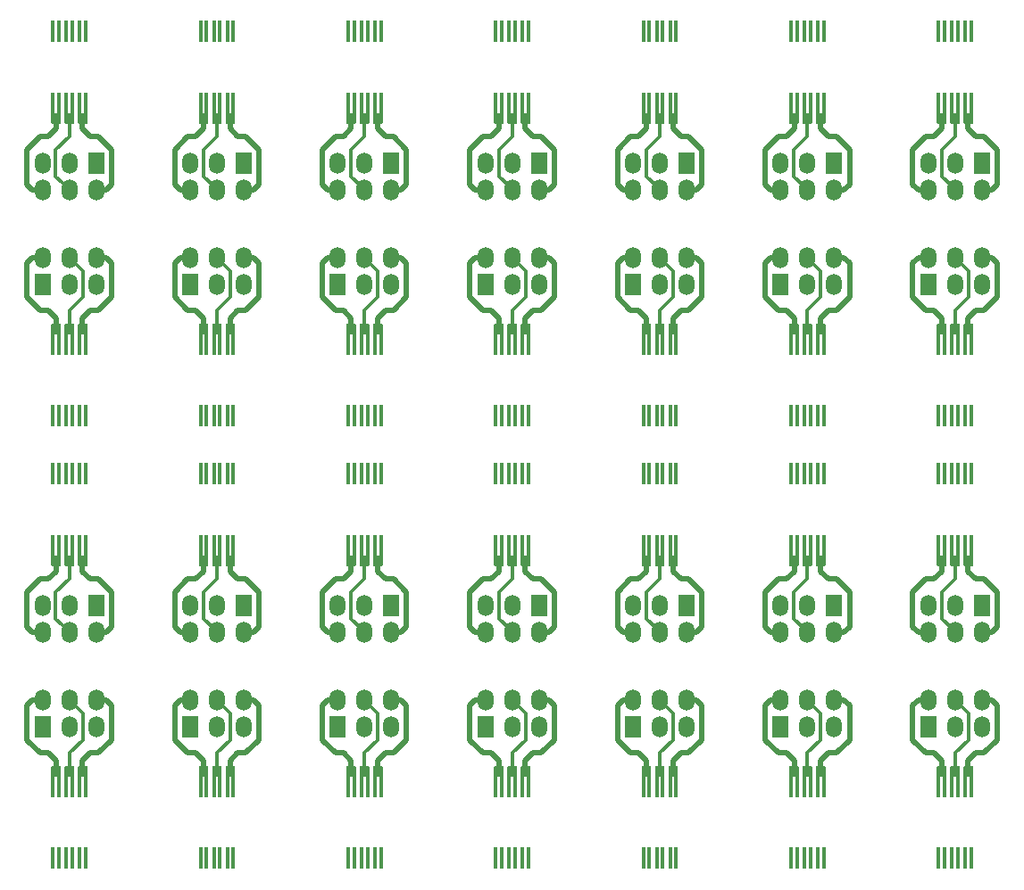
<source format=gbl>
G04 #@! TF.FileFunction,Copper,L2,Bot,Signal*
%FSLAX46Y46*%
G04 Gerber Fmt 4.6, Leading zero omitted, Abs format (unit mm)*
G04 Created by KiCad (PCBNEW (2016-04-11 BZR 6687, Git f239aee)-product) date Tue 12 Apr 2016 02:23:05 PM CEST*
%MOMM*%
G01*
G04 APERTURE LIST*
%ADD10C,0.150000*%
%ADD11R,1.500000X2.000000*%
%ADD12O,1.500000X2.000000*%
%ADD13R,0.400000X2.000000*%
%ADD14R,0.400000X3.000000*%
%ADD15R,0.950000X1.000000*%
%ADD16C,0.500000*%
%ADD17C,0.406400*%
%ADD18C,0.304800*%
%ADD19C,0.203200*%
G04 APERTURE END LIST*
D10*
D11*
X54960001Y100230002D03*
D12*
X54960001Y102770002D03*
X57500001Y100230002D03*
X57500001Y102770002D03*
X60040001Y100230002D03*
X60040001Y102770002D03*
D13*
X59050001Y87750000D03*
X57780001Y87750000D03*
X57220001Y87750000D03*
X58490001Y87750000D03*
X56510001Y87750000D03*
X55950001Y87750000D03*
D14*
X56510001Y95000000D03*
X55950001Y95000000D03*
D15*
X56230001Y95995800D03*
D14*
X57780001Y95000000D03*
X57220001Y95000000D03*
D15*
X57500001Y95995800D03*
D14*
X58490001Y95000000D03*
X59050001Y95000000D03*
D15*
X58770001Y95995800D03*
D13*
X59050001Y45750000D03*
X57780001Y45750000D03*
X57220001Y45750000D03*
X58490001Y45750000D03*
X56510001Y45750000D03*
X55950001Y45750000D03*
D14*
X56510001Y53000000D03*
X55950001Y53000000D03*
D15*
X56230001Y53995800D03*
D14*
X57780001Y53000000D03*
X57220001Y53000000D03*
D15*
X57500001Y53995800D03*
D14*
X58490001Y53000000D03*
X59050001Y53000000D03*
D15*
X58770001Y53995800D03*
D11*
X54960001Y58230002D03*
D12*
X54960001Y60770002D03*
X57500001Y58230002D03*
X57500001Y60770002D03*
X60040001Y58230002D03*
X60040001Y60770002D03*
D11*
X60040000Y111770000D03*
D12*
X60040000Y109230000D03*
X57500000Y111770000D03*
X57500000Y109230000D03*
X54960000Y111770000D03*
X54960000Y109230000D03*
D13*
X55950000Y124250000D03*
X57220000Y124250000D03*
X57780000Y124250000D03*
X56510000Y124250000D03*
X58490000Y124250000D03*
X59050000Y124250000D03*
D14*
X58490000Y117000000D03*
X59050000Y117000000D03*
D15*
X58770000Y116004200D03*
D14*
X57220000Y117000000D03*
X57780000Y117000000D03*
D15*
X57500000Y116004200D03*
D14*
X56510000Y117000000D03*
X55950000Y117000000D03*
D15*
X56230000Y116004200D03*
D13*
X55950000Y82250000D03*
X57220000Y82250000D03*
X57780000Y82250000D03*
X56510000Y82250000D03*
X58490000Y82250000D03*
X59050000Y82250000D03*
D14*
X58490000Y75000000D03*
X59050000Y75000000D03*
D15*
X58770000Y74004200D03*
D14*
X57220000Y75000000D03*
X57780000Y75000000D03*
D15*
X57500000Y74004200D03*
D14*
X56510000Y75000000D03*
X55950000Y75000000D03*
D15*
X56230000Y74004200D03*
D11*
X60040000Y69770000D03*
D12*
X60040000Y67230000D03*
X57500000Y69770000D03*
X57500000Y67230000D03*
X54960000Y69770000D03*
X54960000Y67230000D03*
D11*
X82960001Y58230002D03*
D12*
X82960001Y60770002D03*
X85500001Y58230002D03*
X85500001Y60770002D03*
X88040001Y58230002D03*
X88040001Y60770002D03*
D11*
X68960001Y58230002D03*
D12*
X68960001Y60770002D03*
X71500001Y58230002D03*
X71500001Y60770002D03*
X74040001Y58230002D03*
X74040001Y60770002D03*
D13*
X87050001Y45750000D03*
X85780001Y45750000D03*
X85220001Y45750000D03*
X86490001Y45750000D03*
X84510001Y45750000D03*
X83950001Y45750000D03*
D14*
X84510001Y53000000D03*
X83950001Y53000000D03*
D15*
X84230001Y53995800D03*
D14*
X85780001Y53000000D03*
X85220001Y53000000D03*
D15*
X85500001Y53995800D03*
D14*
X86490001Y53000000D03*
X87050001Y53000000D03*
D15*
X86770001Y53995800D03*
D13*
X73050001Y45750000D03*
X71780001Y45750000D03*
X71220001Y45750000D03*
X72490001Y45750000D03*
X70510001Y45750000D03*
X69950001Y45750000D03*
D14*
X70510001Y53000000D03*
X69950001Y53000000D03*
D15*
X70230001Y53995800D03*
D14*
X71780001Y53000000D03*
X71220001Y53000000D03*
D15*
X71500001Y53995800D03*
D14*
X72490001Y53000000D03*
X73050001Y53000000D03*
D15*
X72770001Y53995800D03*
D11*
X68960001Y100230002D03*
D12*
X68960001Y102770002D03*
X71500001Y100230002D03*
X71500001Y102770002D03*
X74040001Y100230002D03*
X74040001Y102770002D03*
D11*
X74040000Y111770000D03*
D12*
X74040000Y109230000D03*
X71500000Y111770000D03*
X71500000Y109230000D03*
X68960000Y111770000D03*
X68960000Y109230000D03*
D13*
X83950000Y124250000D03*
X85220000Y124250000D03*
X85780000Y124250000D03*
X84510000Y124250000D03*
X86490000Y124250000D03*
X87050000Y124250000D03*
D14*
X86490000Y117000000D03*
X87050000Y117000000D03*
D15*
X86770000Y116004200D03*
D14*
X85220000Y117000000D03*
X85780000Y117000000D03*
D15*
X85500000Y116004200D03*
D14*
X84510000Y117000000D03*
X83950000Y117000000D03*
D15*
X84230000Y116004200D03*
D11*
X88040000Y111770000D03*
D12*
X88040000Y109230000D03*
X85500000Y111770000D03*
X85500000Y109230000D03*
X82960000Y111770000D03*
X82960000Y109230000D03*
D13*
X69950000Y124250000D03*
X71220000Y124250000D03*
X71780000Y124250000D03*
X70510000Y124250000D03*
X72490000Y124250000D03*
X73050000Y124250000D03*
D14*
X72490000Y117000000D03*
X73050000Y117000000D03*
D15*
X72770000Y116004200D03*
D14*
X71220000Y117000000D03*
X71780000Y117000000D03*
D15*
X71500000Y116004200D03*
D14*
X70510000Y117000000D03*
X69950000Y117000000D03*
D15*
X70230000Y116004200D03*
D11*
X88040000Y69770000D03*
D12*
X88040000Y67230000D03*
X85500000Y69770000D03*
X85500000Y67230000D03*
X82960000Y69770000D03*
X82960000Y67230000D03*
D13*
X69950000Y82250000D03*
X71220000Y82250000D03*
X71780000Y82250000D03*
X70510000Y82250000D03*
X72490000Y82250000D03*
X73050000Y82250000D03*
D14*
X72490000Y75000000D03*
X73050000Y75000000D03*
D15*
X72770000Y74004200D03*
D14*
X71220000Y75000000D03*
X71780000Y75000000D03*
D15*
X71500000Y74004200D03*
D14*
X70510000Y75000000D03*
X69950000Y75000000D03*
D15*
X70230000Y74004200D03*
D13*
X83950000Y82250000D03*
X85220000Y82250000D03*
X85780000Y82250000D03*
X84510000Y82250000D03*
X86490000Y82250000D03*
X87050000Y82250000D03*
D14*
X86490000Y75000000D03*
X87050000Y75000000D03*
D15*
X86770000Y74004200D03*
D14*
X85220000Y75000000D03*
X85780000Y75000000D03*
D15*
X85500000Y74004200D03*
D14*
X84510000Y75000000D03*
X83950000Y75000000D03*
D15*
X84230000Y74004200D03*
D11*
X74040000Y69770000D03*
D12*
X74040000Y67230000D03*
X71500000Y69770000D03*
X71500000Y67230000D03*
X68960000Y69770000D03*
X68960000Y67230000D03*
D11*
X82960001Y100230002D03*
D12*
X82960001Y102770002D03*
X85500001Y100230002D03*
X85500001Y102770002D03*
X88040001Y100230002D03*
X88040001Y102770002D03*
D13*
X87050001Y87750000D03*
X85780001Y87750000D03*
X85220001Y87750000D03*
X86490001Y87750000D03*
X84510001Y87750000D03*
X83950001Y87750000D03*
D14*
X84510001Y95000000D03*
X83950001Y95000000D03*
D15*
X84230001Y95995800D03*
D14*
X85780001Y95000000D03*
X85220001Y95000000D03*
D15*
X85500001Y95995800D03*
D14*
X86490001Y95000000D03*
X87050001Y95000000D03*
D15*
X86770001Y95995800D03*
D13*
X73050001Y87750000D03*
X71780001Y87750000D03*
X71220001Y87750000D03*
X72490001Y87750000D03*
X70510001Y87750000D03*
X69950001Y87750000D03*
D14*
X70510001Y95000000D03*
X69950001Y95000000D03*
D15*
X70230001Y95995800D03*
D14*
X71780001Y95000000D03*
X71220001Y95000000D03*
D15*
X71500001Y95995800D03*
D14*
X72490001Y95000000D03*
X73050001Y95000000D03*
D15*
X72770001Y95995800D03*
D11*
X116040000Y69770000D03*
D12*
X116040000Y67230000D03*
X113500000Y69770000D03*
X113500000Y67230000D03*
X110960000Y69770000D03*
X110960000Y67230000D03*
D13*
X111950000Y82250000D03*
X113220000Y82250000D03*
X113780000Y82250000D03*
X112510000Y82250000D03*
X114490000Y82250000D03*
X115050000Y82250000D03*
D14*
X114490000Y75000000D03*
X115050000Y75000000D03*
D15*
X114770000Y74004200D03*
D14*
X113220000Y75000000D03*
X113780000Y75000000D03*
D15*
X113500000Y74004200D03*
D14*
X112510000Y75000000D03*
X111950000Y75000000D03*
D15*
X112230000Y74004200D03*
D11*
X102040000Y69770000D03*
D12*
X102040000Y67230000D03*
X99500000Y69770000D03*
X99500000Y67230000D03*
X96960000Y69770000D03*
X96960000Y67230000D03*
D11*
X110960001Y58230002D03*
D12*
X110960001Y60770002D03*
X113500001Y58230002D03*
X113500001Y60770002D03*
X116040001Y58230002D03*
X116040001Y60770002D03*
D11*
X96960001Y58230002D03*
D12*
X96960001Y60770002D03*
X99500001Y58230002D03*
X99500001Y60770002D03*
X102040001Y58230002D03*
X102040001Y60770002D03*
D13*
X115050001Y45750000D03*
X113780001Y45750000D03*
X113220001Y45750000D03*
X114490001Y45750000D03*
X112510001Y45750000D03*
X111950001Y45750000D03*
D14*
X112510001Y53000000D03*
X111950001Y53000000D03*
D15*
X112230001Y53995800D03*
D14*
X113780001Y53000000D03*
X113220001Y53000000D03*
D15*
X113500001Y53995800D03*
D14*
X114490001Y53000000D03*
X115050001Y53000000D03*
D15*
X114770001Y53995800D03*
D13*
X101050001Y45750000D03*
X99780001Y45750000D03*
X99220001Y45750000D03*
X100490001Y45750000D03*
X98510001Y45750000D03*
X97950001Y45750000D03*
D14*
X98510001Y53000000D03*
X97950001Y53000000D03*
D15*
X98230001Y53995800D03*
D14*
X99780001Y53000000D03*
X99220001Y53000000D03*
D15*
X99500001Y53995800D03*
D14*
X100490001Y53000000D03*
X101050001Y53000000D03*
D15*
X100770001Y53995800D03*
D13*
X97950000Y82250000D03*
X99220000Y82250000D03*
X99780000Y82250000D03*
X98510000Y82250000D03*
X100490000Y82250000D03*
X101050000Y82250000D03*
D14*
X100490000Y75000000D03*
X101050000Y75000000D03*
D15*
X100770000Y74004200D03*
D14*
X99220000Y75000000D03*
X99780000Y75000000D03*
D15*
X99500000Y74004200D03*
D14*
X98510000Y75000000D03*
X97950000Y75000000D03*
D15*
X98230000Y74004200D03*
D13*
X111950000Y124250000D03*
X113220000Y124250000D03*
X113780000Y124250000D03*
X112510000Y124250000D03*
X114490000Y124250000D03*
X115050000Y124250000D03*
D14*
X114490000Y117000000D03*
X115050000Y117000000D03*
D15*
X114770000Y116004200D03*
D14*
X113220000Y117000000D03*
X113780000Y117000000D03*
D15*
X113500000Y116004200D03*
D14*
X112510000Y117000000D03*
X111950000Y117000000D03*
D15*
X112230000Y116004200D03*
D11*
X116040000Y111770000D03*
D12*
X116040000Y109230000D03*
X113500000Y111770000D03*
X113500000Y109230000D03*
X110960000Y111770000D03*
X110960000Y109230000D03*
D11*
X102040000Y111770000D03*
D12*
X102040000Y109230000D03*
X99500000Y111770000D03*
X99500000Y109230000D03*
X96960000Y111770000D03*
X96960000Y109230000D03*
D13*
X97950000Y124250000D03*
X99220000Y124250000D03*
X99780000Y124250000D03*
X98510000Y124250000D03*
X100490000Y124250000D03*
X101050000Y124250000D03*
D14*
X100490000Y117000000D03*
X101050000Y117000000D03*
D15*
X100770000Y116004200D03*
D14*
X99220000Y117000000D03*
X99780000Y117000000D03*
D15*
X99500000Y116004200D03*
D14*
X98510000Y117000000D03*
X97950000Y117000000D03*
D15*
X98230000Y116004200D03*
D11*
X110960001Y100230002D03*
D12*
X110960001Y102770002D03*
X113500001Y100230002D03*
X113500001Y102770002D03*
X116040001Y100230002D03*
X116040001Y102770002D03*
D13*
X115050001Y87750000D03*
X113780001Y87750000D03*
X113220001Y87750000D03*
X114490001Y87750000D03*
X112510001Y87750000D03*
X111950001Y87750000D03*
D14*
X112510001Y95000000D03*
X111950001Y95000000D03*
D15*
X112230001Y95995800D03*
D14*
X113780001Y95000000D03*
X113220001Y95000000D03*
D15*
X113500001Y95995800D03*
D14*
X114490001Y95000000D03*
X115050001Y95000000D03*
D15*
X114770001Y95995800D03*
D11*
X96960001Y100230002D03*
D12*
X96960001Y102770002D03*
X99500001Y100230002D03*
X99500001Y102770002D03*
X102040001Y100230002D03*
X102040001Y102770002D03*
D13*
X101050001Y87750000D03*
X99780001Y87750000D03*
X99220001Y87750000D03*
X100490001Y87750000D03*
X98510001Y87750000D03*
X97950001Y87750000D03*
D14*
X98510001Y95000000D03*
X97950001Y95000000D03*
D15*
X98230001Y95995800D03*
D14*
X99780001Y95000000D03*
X99220001Y95000000D03*
D15*
X99500001Y95995800D03*
D14*
X100490001Y95000000D03*
X101050001Y95000000D03*
D15*
X100770001Y95995800D03*
D11*
X40960001Y58230002D03*
D12*
X40960001Y60770002D03*
X43500001Y58230002D03*
X43500001Y60770002D03*
X46040001Y58230002D03*
X46040001Y60770002D03*
D13*
X45050001Y45750000D03*
X43780001Y45750000D03*
X43220001Y45750000D03*
X44490001Y45750000D03*
X42510001Y45750000D03*
X41950001Y45750000D03*
D14*
X42510001Y53000000D03*
X41950001Y53000000D03*
D15*
X42230001Y53995800D03*
D14*
X43780001Y53000000D03*
X43220001Y53000000D03*
D15*
X43500001Y53995800D03*
D14*
X44490001Y53000000D03*
X45050001Y53000000D03*
D15*
X44770001Y53995800D03*
D11*
X46040000Y69770000D03*
D12*
X46040000Y67230000D03*
X43500000Y69770000D03*
X43500000Y67230000D03*
X40960000Y69770000D03*
X40960000Y67230000D03*
D13*
X45050001Y87750000D03*
X43780001Y87750000D03*
X43220001Y87750000D03*
X44490001Y87750000D03*
X42510001Y87750000D03*
X41950001Y87750000D03*
D14*
X42510001Y95000000D03*
X41950001Y95000000D03*
D15*
X42230001Y95995800D03*
D14*
X43780001Y95000000D03*
X43220001Y95000000D03*
D15*
X43500001Y95995800D03*
D14*
X44490001Y95000000D03*
X45050001Y95000000D03*
D15*
X44770001Y95995800D03*
D13*
X41950000Y82250000D03*
X43220000Y82250000D03*
X43780000Y82250000D03*
X42510000Y82250000D03*
X44490000Y82250000D03*
X45050000Y82250000D03*
D14*
X44490000Y75000000D03*
X45050000Y75000000D03*
D15*
X44770000Y74004200D03*
D14*
X43220000Y75000000D03*
X43780000Y75000000D03*
D15*
X43500000Y74004200D03*
D14*
X42510000Y75000000D03*
X41950000Y75000000D03*
D15*
X42230000Y74004200D03*
D11*
X40960001Y100230002D03*
D12*
X40960001Y102770002D03*
X43500001Y100230002D03*
X43500001Y102770002D03*
X46040001Y100230002D03*
X46040001Y102770002D03*
D11*
X46040000Y111770000D03*
D12*
X46040000Y109230000D03*
X43500000Y111770000D03*
X43500000Y109230000D03*
X40960000Y111770000D03*
X40960000Y109230000D03*
D13*
X41950000Y124250000D03*
X43220000Y124250000D03*
X43780000Y124250000D03*
X42510000Y124250000D03*
X44490000Y124250000D03*
X45050000Y124250000D03*
D14*
X44490000Y117000000D03*
X45050000Y117000000D03*
D15*
X44770000Y116004200D03*
D14*
X43220000Y117000000D03*
X43780000Y117000000D03*
D15*
X43500000Y116004200D03*
D14*
X42510000Y117000000D03*
X41950000Y117000000D03*
D15*
X42230000Y116004200D03*
D11*
X32040000Y69770000D03*
D12*
X32040000Y67230000D03*
X29500000Y69770000D03*
X29500000Y67230000D03*
X26960000Y69770000D03*
X26960000Y67230000D03*
D13*
X27950000Y82250000D03*
X29220000Y82250000D03*
X29780000Y82250000D03*
X28510000Y82250000D03*
X30490000Y82250000D03*
X31050000Y82250000D03*
D14*
X30490000Y75000000D03*
X31050000Y75000000D03*
D15*
X30770000Y74004200D03*
D14*
X29220000Y75000000D03*
X29780000Y75000000D03*
D15*
X29500000Y74004200D03*
D14*
X28510000Y75000000D03*
X27950000Y75000000D03*
D15*
X28230000Y74004200D03*
D11*
X26960001Y58230002D03*
D12*
X26960001Y60770002D03*
X29500001Y58230002D03*
X29500001Y60770002D03*
X32040001Y58230002D03*
X32040001Y60770002D03*
D13*
X31050001Y45750000D03*
X29780001Y45750000D03*
X29220001Y45750000D03*
X30490001Y45750000D03*
X28510001Y45750000D03*
X27950001Y45750000D03*
D14*
X28510001Y53000000D03*
X27950001Y53000000D03*
D15*
X28230001Y53995800D03*
D14*
X29780001Y53000000D03*
X29220001Y53000000D03*
D15*
X29500001Y53995800D03*
D14*
X30490001Y53000000D03*
X31050001Y53000000D03*
D15*
X30770001Y53995800D03*
D13*
X27950000Y124250000D03*
X29220000Y124250000D03*
X29780000Y124250000D03*
X28510000Y124250000D03*
X30490000Y124250000D03*
X31050000Y124250000D03*
D14*
X30490000Y117000000D03*
X31050000Y117000000D03*
D15*
X30770000Y116004200D03*
D14*
X29220000Y117000000D03*
X29780000Y117000000D03*
D15*
X29500000Y116004200D03*
D14*
X28510000Y117000000D03*
X27950000Y117000000D03*
D15*
X28230000Y116004200D03*
D11*
X32040000Y111770000D03*
D12*
X32040000Y109230000D03*
X29500000Y111770000D03*
X29500000Y109230000D03*
X26960000Y111770000D03*
X26960000Y109230000D03*
D11*
X26960001Y100230002D03*
D12*
X26960001Y102770002D03*
X29500001Y100230002D03*
X29500001Y102770002D03*
X32040001Y100230002D03*
X32040001Y102770002D03*
D13*
X31050001Y87750000D03*
X29780001Y87750000D03*
X29220001Y87750000D03*
X30490001Y87750000D03*
X28510001Y87750000D03*
X27950001Y87750000D03*
D14*
X28510001Y95000000D03*
X27950001Y95000000D03*
D15*
X28230001Y95995800D03*
D14*
X29780001Y95000000D03*
X29220001Y95000000D03*
D15*
X29500001Y95995800D03*
D14*
X30490001Y95000000D03*
X31050001Y95000000D03*
D15*
X30770001Y95995800D03*
D16*
X54960000Y67230000D02*
X54020000Y67230000D01*
X54020000Y67230000D02*
X53500000Y67750000D01*
X53500000Y67750000D02*
X53500000Y71000000D01*
X54750000Y72250000D02*
X55500000Y72250000D01*
X53500000Y71000000D02*
X54750000Y72250000D01*
X55500000Y72250000D02*
X56250000Y73000000D01*
X56250000Y73000000D02*
X56250000Y73984200D01*
D17*
X56250000Y73984200D02*
X56230000Y74004200D01*
D18*
X55950000Y74284200D02*
X56230000Y74004200D01*
X56510000Y75000000D02*
X56510000Y74284200D01*
X55950000Y75000000D02*
X55950000Y74284200D01*
X56510000Y74284200D02*
X56230000Y74004200D01*
D16*
X53500000Y113000000D02*
X54750000Y114250000D01*
X53500000Y109750000D02*
X53500000Y113000000D01*
X54750000Y114250000D02*
X55500000Y114250000D01*
D17*
X56250000Y115984200D02*
X56230000Y116004200D01*
D16*
X56250000Y115000000D02*
X56250000Y115984200D01*
X55500000Y114250000D02*
X56250000Y115000000D01*
X54020000Y109230000D02*
X53500000Y109750000D01*
X54960000Y109230000D02*
X54020000Y109230000D01*
D18*
X56510000Y116284200D02*
X56230000Y116004200D01*
X56510000Y117000000D02*
X56510000Y116284200D01*
X55950000Y117000000D02*
X55950000Y116284200D01*
X55950000Y116284200D02*
X56230000Y116004200D01*
D16*
X59499999Y97750000D02*
X58750000Y96999999D01*
D17*
X58749997Y96015801D02*
X58769999Y95995800D01*
D16*
X58750000Y96999999D02*
X58749997Y96015801D01*
D18*
X59049998Y95715801D02*
X58769999Y95995800D01*
X58490003Y95715800D02*
X58769999Y95995800D01*
X59050002Y95000001D02*
X59049998Y95715801D01*
X58490000Y95000000D02*
X58490003Y95715800D01*
D16*
X60250000Y97750000D02*
X59499999Y97750000D01*
X61500001Y102250001D02*
X61500001Y99000001D01*
X61500001Y99000001D02*
X60250000Y97750000D01*
X60039998Y102769999D02*
X60980000Y102770000D01*
X60980000Y102770000D02*
X61500001Y102250001D01*
X61500001Y60250001D02*
X61500001Y57000001D01*
X60980000Y60770000D02*
X61500001Y60250001D01*
X60039998Y60769999D02*
X60980000Y60770000D01*
X61500001Y57000001D02*
X60250000Y55750000D01*
X60250000Y55750000D02*
X59499999Y55750000D01*
X59499999Y55750000D02*
X58750000Y54999999D01*
X58750000Y54999999D02*
X58749997Y54015801D01*
D17*
X58749997Y54015801D02*
X58769999Y53995800D01*
D18*
X58490000Y53000000D02*
X58490003Y53715800D01*
X59050002Y53000001D02*
X59049998Y53715801D01*
X59049998Y53715801D02*
X58769999Y53995800D01*
X58490003Y53715800D02*
X58769999Y53995800D01*
D16*
X81500000Y109750000D02*
X81500000Y113000000D01*
X82020000Y109230000D02*
X81500000Y109750000D01*
X82960000Y109230000D02*
X82020000Y109230000D01*
D18*
X84510000Y117000000D02*
X84510000Y116284200D01*
X84510000Y116284200D02*
X84230000Y116004200D01*
X83950000Y117000000D02*
X83950000Y116284200D01*
X83950000Y116284200D02*
X84230000Y116004200D01*
D16*
X81500000Y113000000D02*
X82750000Y114250000D01*
X82750000Y114250000D02*
X83500000Y114250000D01*
X84250000Y115000000D02*
X84250000Y115984200D01*
X83500000Y114250000D02*
X84250000Y115000000D01*
D17*
X84250000Y115984200D02*
X84230000Y116004200D01*
D16*
X74980000Y102770000D02*
X75500001Y102250001D01*
X74039998Y102769999D02*
X74980000Y102770000D01*
X72750000Y96999999D02*
X72749997Y96015801D01*
D18*
X72490000Y95000000D02*
X72490003Y95715800D01*
X72490003Y95715800D02*
X72769999Y95995800D01*
D17*
X72749997Y96015801D02*
X72769999Y95995800D01*
D18*
X73050002Y95000001D02*
X73049998Y95715801D01*
X73049998Y95715801D02*
X72769999Y95995800D01*
D16*
X73499999Y97750000D02*
X72750000Y96999999D01*
X75500001Y102250001D02*
X75500001Y99000001D01*
X75500001Y99000001D02*
X74250000Y97750000D01*
X74250000Y97750000D02*
X73499999Y97750000D01*
X68020000Y109230000D02*
X67500000Y109750000D01*
X68960000Y109230000D02*
X68020000Y109230000D01*
X67500000Y113000000D02*
X68750000Y114250000D01*
X68750000Y114250000D02*
X69500000Y114250000D01*
X67500000Y109750000D02*
X67500000Y113000000D01*
D18*
X69950000Y116284200D02*
X70230000Y116004200D01*
D17*
X70250000Y115984200D02*
X70230000Y116004200D01*
D18*
X70510000Y116284200D02*
X70230000Y116004200D01*
D16*
X69500000Y114250000D02*
X70250000Y115000000D01*
D18*
X69950000Y117000000D02*
X69950000Y116284200D01*
X70510000Y117000000D02*
X70510000Y116284200D01*
D16*
X70250000Y115000000D02*
X70250000Y115984200D01*
X88980000Y102770000D02*
X89500001Y102250001D01*
X88039998Y102769999D02*
X88980000Y102770000D01*
X89500001Y102250001D02*
X89500001Y99000001D01*
X89500001Y99000001D02*
X88250000Y97750000D01*
X88250000Y97750000D02*
X87499999Y97750000D01*
D17*
X86749997Y96015801D02*
X86769999Y95995800D01*
D16*
X87499999Y97750000D02*
X86750000Y96999999D01*
X86750000Y96999999D02*
X86749997Y96015801D01*
D18*
X86490000Y95000000D02*
X86490003Y95715800D01*
X87050002Y95000001D02*
X87049998Y95715801D01*
X87049998Y95715801D02*
X86769999Y95995800D01*
X86490003Y95715800D02*
X86769999Y95995800D01*
X69950000Y75000000D02*
X69950000Y74284200D01*
X70510000Y74284200D02*
X70230000Y74004200D01*
X69950000Y74284200D02*
X70230000Y74004200D01*
X70510000Y75000000D02*
X70510000Y74284200D01*
D17*
X70250000Y73984200D02*
X70230000Y74004200D01*
D16*
X70250000Y73000000D02*
X70250000Y73984200D01*
X69500000Y72250000D02*
X70250000Y73000000D01*
X74980000Y60770000D02*
X75500001Y60250001D01*
X75500001Y57000001D02*
X74250000Y55750000D01*
X74039998Y60769999D02*
X74980000Y60770000D01*
X75500001Y60250001D02*
X75500001Y57000001D01*
X74250000Y55750000D02*
X73499999Y55750000D01*
X72750000Y54999999D02*
X72749997Y54015801D01*
X73499999Y55750000D02*
X72750000Y54999999D01*
D17*
X72749997Y54015801D02*
X72769999Y53995800D01*
D18*
X72490003Y53715800D02*
X72769999Y53995800D01*
X73050002Y53000001D02*
X73049998Y53715801D01*
X72490000Y53000000D02*
X72490003Y53715800D01*
X73049998Y53715801D02*
X72769999Y53995800D01*
D16*
X89500001Y57000001D02*
X88250000Y55750000D01*
X88250000Y55750000D02*
X87499999Y55750000D01*
X87499999Y55750000D02*
X86750000Y54999999D01*
X86750000Y54999999D02*
X86749997Y54015801D01*
X88980000Y60770000D02*
X89500001Y60250001D01*
X88039998Y60769999D02*
X88980000Y60770000D01*
X89500001Y60250001D02*
X89500001Y57000001D01*
D18*
X86490003Y53715800D02*
X86769999Y53995800D01*
D17*
X86749997Y54015801D02*
X86769999Y53995800D01*
D18*
X86490000Y53000000D02*
X86490003Y53715800D01*
X87050002Y53000001D02*
X87049998Y53715801D01*
X87049998Y53715801D02*
X86769999Y53995800D01*
D16*
X82750000Y72250000D02*
X83500000Y72250000D01*
X81500000Y71000000D02*
X82750000Y72250000D01*
X83500000Y72250000D02*
X84250000Y73000000D01*
X82960000Y67230000D02*
X82020000Y67230000D01*
X82020000Y67230000D02*
X81500000Y67750000D01*
X81500000Y67750000D02*
X81500000Y71000000D01*
D18*
X83950000Y74284200D02*
X84230000Y74004200D01*
D16*
X84250000Y73000000D02*
X84250000Y73984200D01*
D17*
X84250000Y73984200D02*
X84230000Y74004200D01*
D18*
X84510000Y75000000D02*
X84510000Y74284200D01*
X83950000Y75000000D02*
X83950000Y74284200D01*
X84510000Y74284200D02*
X84230000Y74004200D01*
D16*
X68960000Y67230000D02*
X68020000Y67230000D01*
X67500000Y67750000D02*
X67500000Y71000000D01*
X68020000Y67230000D02*
X67500000Y67750000D01*
X67500000Y71000000D02*
X68750000Y72250000D01*
X68750000Y72250000D02*
X69500000Y72250000D01*
D18*
X111950000Y116284200D02*
X112230000Y116004200D01*
X112510000Y117000000D02*
X112510000Y116284200D01*
X111950000Y117000000D02*
X111950000Y116284200D01*
X112510000Y116284200D02*
X112230000Y116004200D01*
D16*
X109500000Y109750000D02*
X109500000Y113000000D01*
X110960000Y109230000D02*
X110020000Y109230000D01*
X110020000Y109230000D02*
X109500000Y109750000D01*
X109500000Y113000000D02*
X110750000Y114250000D01*
X112250000Y115000000D02*
X112250000Y115984200D01*
X111500000Y114250000D02*
X112250000Y115000000D01*
X110750000Y114250000D02*
X111500000Y114250000D01*
D17*
X112250000Y115984200D02*
X112230000Y116004200D01*
D16*
X103500001Y102250001D02*
X103500001Y99000001D01*
X102039998Y102769999D02*
X102980000Y102770000D01*
X102980000Y102770000D02*
X103500001Y102250001D01*
X100750000Y96999999D02*
X100749997Y96015801D01*
D18*
X100490000Y95000000D02*
X100490003Y95715800D01*
X100490003Y95715800D02*
X100769999Y95995800D01*
D17*
X100749997Y96015801D02*
X100769999Y95995800D01*
D18*
X101050002Y95000001D02*
X101049998Y95715801D01*
X101049998Y95715801D02*
X100769999Y95995800D01*
D16*
X101499999Y97750000D02*
X100750000Y96999999D01*
X103500001Y99000001D02*
X102250000Y97750000D01*
X102250000Y97750000D02*
X101499999Y97750000D01*
X95500000Y113000000D02*
X96750000Y114250000D01*
X96750000Y114250000D02*
X97500000Y114250000D01*
X95500000Y109750000D02*
X95500000Y113000000D01*
X96020000Y109230000D02*
X95500000Y109750000D01*
X96960000Y109230000D02*
X96020000Y109230000D01*
D18*
X97950000Y116284200D02*
X98230000Y116004200D01*
D16*
X98250000Y115000000D02*
X98250000Y115984200D01*
D17*
X98250000Y115984200D02*
X98230000Y116004200D01*
D18*
X98510000Y116284200D02*
X98230000Y116004200D01*
D16*
X97500000Y114250000D02*
X98250000Y115000000D01*
D18*
X97950000Y117000000D02*
X97950000Y116284200D01*
X98510000Y117000000D02*
X98510000Y116284200D01*
D16*
X117500001Y99000001D02*
X116250000Y97750000D01*
X116250000Y97750000D02*
X115499999Y97750000D01*
X116980000Y102770000D02*
X117500001Y102250001D01*
X116039998Y102769999D02*
X116980000Y102770000D01*
X117500001Y102250001D02*
X117500001Y99000001D01*
X115499999Y97750000D02*
X114750000Y96999999D01*
X114750000Y96999999D02*
X114749997Y96015801D01*
D17*
X114749997Y96015801D02*
X114769999Y95995800D01*
D18*
X114490003Y95715800D02*
X114769999Y95995800D01*
X114490000Y95000000D02*
X114490003Y95715800D01*
X115050002Y95000001D02*
X115049998Y95715801D01*
X115049998Y95715801D02*
X114769999Y95995800D01*
D16*
X96960000Y67230000D02*
X96020000Y67230000D01*
X95500000Y67750000D02*
X95500000Y71000000D01*
X96020000Y67230000D02*
X95500000Y67750000D01*
X95500000Y71000000D02*
X96750000Y72250000D01*
X96750000Y72250000D02*
X97500000Y72250000D01*
X97500000Y72250000D02*
X98250000Y73000000D01*
D18*
X97950000Y75000000D02*
X97950000Y74284200D01*
D16*
X98250000Y73000000D02*
X98250000Y73984200D01*
D18*
X97950000Y74284200D02*
X98230000Y74004200D01*
X98510000Y75000000D02*
X98510000Y74284200D01*
X98510000Y74284200D02*
X98230000Y74004200D01*
D17*
X98250000Y73984200D02*
X98230000Y74004200D01*
D16*
X117500001Y57000001D02*
X116250000Y55750000D01*
X116250000Y55750000D02*
X115499999Y55750000D01*
X116980000Y60770000D02*
X117500001Y60250001D01*
X116039998Y60769999D02*
X116980000Y60770000D01*
X117500001Y60250001D02*
X117500001Y57000001D01*
X115499999Y55750000D02*
X114750000Y54999999D01*
D18*
X114490003Y53715800D02*
X114769999Y53995800D01*
D17*
X114749997Y54015801D02*
X114769999Y53995800D01*
D18*
X114490000Y53000000D02*
X114490003Y53715800D01*
X115049998Y53715801D02*
X114769999Y53995800D01*
X115050002Y53000001D02*
X115049998Y53715801D01*
D16*
X114750000Y54999999D02*
X114749997Y54015801D01*
X102039998Y60769999D02*
X102980000Y60770000D01*
X102980000Y60770000D02*
X103500001Y60250001D01*
X102250000Y55750000D02*
X101499999Y55750000D01*
X103500001Y57000001D02*
X102250000Y55750000D01*
X103500001Y60250001D02*
X103500001Y57000001D01*
X100750000Y54999999D02*
X100749997Y54015801D01*
X101499999Y55750000D02*
X100750000Y54999999D01*
D18*
X100490003Y53715800D02*
X100769999Y53995800D01*
X101049998Y53715801D02*
X100769999Y53995800D01*
D17*
X100749997Y54015801D02*
X100769999Y53995800D01*
D18*
X101050002Y53000001D02*
X101049998Y53715801D01*
X100490000Y53000000D02*
X100490003Y53715800D01*
D16*
X110750000Y72250000D02*
X111500000Y72250000D01*
X111500000Y72250000D02*
X112250000Y73000000D01*
D18*
X111950000Y74284200D02*
X112230000Y74004200D01*
D16*
X112250000Y73000000D02*
X112250000Y73984200D01*
D17*
X112250000Y73984200D02*
X112230000Y74004200D01*
D16*
X110960000Y67230000D02*
X110020000Y67230000D01*
X109500000Y71000000D02*
X110750000Y72250000D01*
X109500000Y67750000D02*
X109500000Y71000000D01*
X110020000Y67230000D02*
X109500000Y67750000D01*
D18*
X112510000Y75000000D02*
X112510000Y74284200D01*
X111950000Y75000000D02*
X111950000Y74284200D01*
X112510000Y74284200D02*
X112230000Y74004200D01*
D16*
X40960000Y67230000D02*
X40020000Y67230000D01*
X40020000Y67230000D02*
X39500000Y67750000D01*
X39500000Y67750000D02*
X39500000Y71000000D01*
X39500000Y71000000D02*
X40750000Y72250000D01*
X40750000Y72250000D02*
X41500000Y72250000D01*
D18*
X41950000Y74284200D02*
X42230000Y74004200D01*
X42510000Y75000000D02*
X42510000Y74284200D01*
X41950000Y75000000D02*
X41950000Y74284200D01*
X42510000Y74284200D02*
X42230000Y74004200D01*
D16*
X42250000Y73000000D02*
X42250000Y73984200D01*
X41500000Y72250000D02*
X42250000Y73000000D01*
D17*
X42250000Y73984200D02*
X42230000Y74004200D01*
X44749997Y54015801D02*
X44769999Y53995800D01*
D16*
X44750000Y54999999D02*
X44749997Y54015801D01*
X45499999Y55750000D02*
X44750000Y54999999D01*
X47500001Y57000001D02*
X46250000Y55750000D01*
X46250000Y55750000D02*
X45499999Y55750000D01*
X46980000Y60770000D02*
X47500001Y60250001D01*
X46039998Y60769999D02*
X46980000Y60770000D01*
X47500001Y60250001D02*
X47500001Y57000001D01*
D18*
X44490003Y53715800D02*
X44769999Y53995800D01*
X44490000Y53000000D02*
X44490003Y53715800D01*
X45050002Y53000001D02*
X45049998Y53715801D01*
X45049998Y53715801D02*
X44769999Y53995800D01*
D16*
X40960000Y109230000D02*
X40020000Y109230000D01*
X39500000Y109750000D02*
X39500000Y113000000D01*
X40020000Y109230000D02*
X39500000Y109750000D01*
D17*
X42250000Y115984200D02*
X42230000Y116004200D01*
D16*
X40750000Y114250000D02*
X41500000Y114250000D01*
X41500000Y114250000D02*
X42250000Y115000000D01*
X42250000Y115000000D02*
X42250000Y115984200D01*
X39500000Y113000000D02*
X40750000Y114250000D01*
D18*
X42510000Y117000000D02*
X42510000Y116284200D01*
X42510000Y116284200D02*
X42230000Y116004200D01*
X41950000Y116284200D02*
X42230000Y116004200D01*
X41950000Y117000000D02*
X41950000Y116284200D01*
D16*
X46980000Y102770000D02*
X47500001Y102250001D01*
X46039998Y102769999D02*
X46980000Y102770000D01*
X47500001Y102250001D02*
X47500001Y99000001D01*
X47500001Y99000001D02*
X46250000Y97750000D01*
X46250000Y97750000D02*
X45499999Y97750000D01*
D18*
X44490000Y95000000D02*
X44490003Y95715800D01*
X45049998Y95715801D02*
X44769999Y95995800D01*
X44490003Y95715800D02*
X44769999Y95995800D01*
X45050002Y95000001D02*
X45049998Y95715801D01*
D17*
X44749997Y96015801D02*
X44769999Y95995800D01*
D16*
X45499999Y97750000D02*
X44750000Y96999999D01*
X44750000Y96999999D02*
X44749997Y96015801D01*
X31499999Y55750000D02*
X30750000Y54999999D01*
D17*
X30749997Y54015801D02*
X30769999Y53995800D01*
D16*
X30750000Y54999999D02*
X30749997Y54015801D01*
X33500001Y57000001D02*
X32250000Y55750000D01*
X32980000Y60770000D02*
X33500001Y60250001D01*
X32250000Y55750000D02*
X31499999Y55750000D01*
X33500001Y60250001D02*
X33500001Y57000001D01*
X32039998Y60769999D02*
X32980000Y60770000D01*
D18*
X31049998Y53715801D02*
X30769999Y53995800D01*
X30490003Y53715800D02*
X30769999Y53995800D01*
X30490000Y53000000D02*
X30490003Y53715800D01*
X31050002Y53000001D02*
X31049998Y53715801D01*
X27950000Y75000000D02*
X27950000Y74284200D01*
X28510000Y75000000D02*
X28510000Y74284200D01*
D16*
X26020000Y67230000D02*
X25500000Y67750000D01*
X25500000Y67750000D02*
X25500000Y71000000D01*
X26960000Y67230000D02*
X26020000Y67230000D01*
X26750000Y72250000D02*
X27500000Y72250000D01*
X27500000Y72250000D02*
X28250000Y73000000D01*
X25500000Y71000000D02*
X26750000Y72250000D01*
D18*
X28510000Y74284200D02*
X28230000Y74004200D01*
X27950000Y74284200D02*
X28230000Y74004200D01*
D16*
X28250000Y73000000D02*
X28250000Y73984200D01*
D17*
X28250000Y73984200D02*
X28230000Y74004200D01*
D18*
X31050002Y95000001D02*
X31049998Y95715801D01*
X30490000Y95000000D02*
X30490003Y95715800D01*
X31049998Y95715801D02*
X30769999Y95995800D01*
X30490003Y95715800D02*
X30769999Y95995800D01*
D16*
X33500001Y102250001D02*
X33500001Y99000001D01*
X32039998Y102769999D02*
X32980000Y102770000D01*
X32980000Y102770000D02*
X33500001Y102250001D01*
X31499999Y97750000D02*
X30750000Y96999999D01*
X30750000Y96999999D02*
X30749997Y96015801D01*
X32250000Y97750000D02*
X31499999Y97750000D01*
D17*
X30749997Y96015801D02*
X30769999Y95995800D01*
D16*
X33500001Y99000001D02*
X32250000Y97750000D01*
D17*
X28250000Y115984200D02*
X28230000Y116004200D01*
D18*
X28510000Y116284200D02*
X28230000Y116004200D01*
X27950000Y116284200D02*
X28230000Y116004200D01*
D16*
X28250000Y115000000D02*
X28250000Y115984200D01*
D18*
X27950000Y117000000D02*
X27950000Y116284200D01*
X28510000Y117000000D02*
X28510000Y116284200D01*
D16*
X26960000Y109230000D02*
X26020000Y109230000D01*
X25500000Y109750000D02*
X25500000Y113000000D01*
X26020000Y109230000D02*
X25500000Y109750000D01*
X27500000Y114250000D02*
X28250000Y115000000D01*
X26750000Y114250000D02*
X27500000Y114250000D01*
X25500000Y113000000D02*
X26750000Y114250000D01*
D18*
X57500000Y67250000D02*
X56224600Y68500000D01*
D19*
X57500000Y67250000D02*
X57500000Y67230000D01*
D18*
X56224600Y71000000D02*
X57500000Y72250000D01*
X56224600Y68500000D02*
X56224600Y71000000D01*
X57220000Y75000000D02*
X57220000Y74284200D01*
X57780000Y74284200D02*
X57500000Y74004200D01*
X57780000Y75000000D02*
X57780000Y74284200D01*
X57220000Y74284200D02*
X57500000Y74004200D01*
X57500000Y74004200D02*
X57500000Y72250000D01*
X56224600Y110500000D02*
X56224600Y113000000D01*
X57500000Y116004200D02*
X57500000Y114250000D01*
X56224600Y113000000D02*
X57500000Y114250000D01*
X57500000Y109250000D02*
X56224600Y110500000D01*
D19*
X57500000Y109250000D02*
X57500000Y109230000D01*
D18*
X57780000Y116284200D02*
X57500000Y116004200D01*
X57220000Y116284200D02*
X57500000Y116004200D01*
X57780000Y117000000D02*
X57780000Y116284200D01*
X57220000Y117000000D02*
X57220000Y116284200D01*
X58775400Y99000000D02*
X57500000Y97750000D01*
X58775400Y101500000D02*
X58775400Y99000000D01*
X57500001Y95995798D02*
X57500000Y97750000D01*
X57779999Y95715801D02*
X57500001Y95995798D01*
X57219998Y95715800D02*
X57500001Y95995798D01*
X57220000Y95000000D02*
X57219998Y95715800D01*
X57780000Y95000000D02*
X57779999Y95715801D01*
D19*
X57500001Y102749998D02*
X57500000Y102770002D01*
D18*
X57500001Y102749998D02*
X58775400Y101500000D01*
D19*
X57500001Y60749998D02*
X57500000Y60770002D01*
D18*
X57500001Y60749998D02*
X58775400Y59500000D01*
X58775400Y59500000D02*
X58775400Y57000000D01*
X58775400Y57000000D02*
X57500000Y55750000D01*
X57779999Y53715801D02*
X57500001Y53995798D01*
X57500001Y53995798D02*
X57500000Y55750000D01*
X57219998Y53715800D02*
X57500001Y53995798D01*
X57220000Y53000000D02*
X57219998Y53715800D01*
X57780000Y53000000D02*
X57779999Y53715801D01*
D19*
X85500000Y109250000D02*
X85500000Y109230000D01*
D18*
X84224600Y110500000D02*
X84224600Y113000000D01*
X85500000Y109250000D02*
X84224600Y110500000D01*
X85780000Y117000000D02*
X85780000Y116284200D01*
X85220000Y117000000D02*
X85220000Y116284200D01*
X85780000Y116284200D02*
X85500000Y116004200D01*
X85220000Y116284200D02*
X85500000Y116004200D01*
X84224600Y113000000D02*
X85500000Y114250000D01*
X85500000Y116004200D02*
X85500000Y114250000D01*
D19*
X71500001Y102749998D02*
X71500000Y102770002D01*
D18*
X71500001Y102749998D02*
X72775400Y101500000D01*
X71500001Y95995798D02*
X71500000Y97750000D01*
X71780000Y95000000D02*
X71779999Y95715801D01*
X71220000Y95000000D02*
X71219998Y95715800D01*
X71219998Y95715800D02*
X71500001Y95995798D01*
X71779999Y95715801D02*
X71500001Y95995798D01*
X72775400Y101500000D02*
X72775400Y99000000D01*
X72775400Y99000000D02*
X71500000Y97750000D01*
X71500000Y109250000D02*
X70224600Y110500000D01*
D19*
X71500000Y109250000D02*
X71500000Y109230000D01*
D18*
X70224600Y113000000D02*
X71500000Y114250000D01*
X70224600Y110500000D02*
X70224600Y113000000D01*
X71500000Y116004200D02*
X71500000Y114250000D01*
X71780000Y117000000D02*
X71780000Y116284200D01*
X71220000Y116284200D02*
X71500000Y116004200D01*
X71220000Y117000000D02*
X71220000Y116284200D01*
X71780000Y116284200D02*
X71500000Y116004200D01*
X86775400Y101500000D02*
X86775400Y99000000D01*
X85500001Y102749998D02*
X86775400Y101500000D01*
D19*
X85500001Y102749998D02*
X85500000Y102770002D01*
D18*
X86775400Y99000000D02*
X85500000Y97750000D01*
X85500001Y95995798D02*
X85500000Y97750000D01*
X85779999Y95715801D02*
X85500001Y95995798D01*
X85220000Y95000000D02*
X85219998Y95715800D01*
X85219998Y95715800D02*
X85500001Y95995798D01*
X85780000Y95000000D02*
X85779999Y95715801D01*
X70224600Y71000000D02*
X71500000Y72250000D01*
X71500000Y74004200D02*
X71500000Y72250000D01*
X70224600Y68500000D02*
X70224600Y71000000D01*
D19*
X71500000Y67250000D02*
X71500000Y67230000D01*
D18*
X71500000Y67250000D02*
X70224600Y68500000D01*
X71220000Y75000000D02*
X71220000Y74284200D01*
X71780000Y74284200D02*
X71500000Y74004200D01*
X71780000Y75000000D02*
X71780000Y74284200D01*
X71220000Y74284200D02*
X71500000Y74004200D01*
X71500001Y53995798D02*
X71500000Y55750000D01*
X71219998Y53715800D02*
X71500001Y53995798D01*
X71779999Y53715801D02*
X71500001Y53995798D01*
X71780000Y53000000D02*
X71779999Y53715801D01*
D19*
X71500001Y60749998D02*
X71500000Y60770002D01*
D18*
X71500001Y60749998D02*
X72775400Y59500000D01*
X72775400Y59500000D02*
X72775400Y57000000D01*
X72775400Y57000000D02*
X71500000Y55750000D01*
X86775400Y57000000D02*
X85500000Y55750000D01*
X85500001Y53995798D02*
X85500000Y55750000D01*
X85220000Y53000000D02*
X85219998Y53715800D01*
X85219998Y53715800D02*
X85500001Y53995798D01*
X85779999Y53715801D02*
X85500001Y53995798D01*
X85780000Y53000000D02*
X85779999Y53715801D01*
X86775400Y59500000D02*
X86775400Y57000000D01*
D19*
X85500001Y60749998D02*
X85500000Y60770002D01*
D18*
X85500001Y60749998D02*
X86775400Y59500000D01*
X84224600Y68500000D02*
X84224600Y71000000D01*
X84224600Y71000000D02*
X85500000Y72250000D01*
X85780000Y75000000D02*
X85780000Y74284200D01*
X85500000Y74004200D02*
X85500000Y72250000D01*
X85780000Y74284200D02*
X85500000Y74004200D01*
D19*
X85500000Y67250000D02*
X85500000Y67230000D01*
D18*
X85500000Y67250000D02*
X84224600Y68500000D01*
X85220000Y74284200D02*
X85500000Y74004200D01*
X85220000Y75000000D02*
X85220000Y74284200D01*
X71220000Y53000000D02*
X71219998Y53715800D01*
X113780000Y117000000D02*
X113780000Y116284200D01*
X113220000Y117000000D02*
X113220000Y116284200D01*
X113500000Y109250000D02*
X112224600Y110500000D01*
X112224600Y110500000D02*
X112224600Y113000000D01*
D19*
X113500000Y109250000D02*
X113500000Y109230000D01*
D18*
X112224600Y113000000D02*
X113500000Y114250000D01*
X113780000Y116284200D02*
X113500000Y116004200D01*
X113220000Y116284200D02*
X113500000Y116004200D01*
X113500000Y116004200D02*
X113500000Y114250000D01*
X99500001Y95995798D02*
X99500000Y97750000D01*
X99500001Y102749998D02*
X100775400Y101500000D01*
D19*
X99500001Y102749998D02*
X99500000Y102770002D01*
D18*
X100775400Y101500000D02*
X100775400Y99000000D01*
X99779999Y95715801D02*
X99500001Y95995798D01*
X99780000Y95000000D02*
X99779999Y95715801D01*
X99220000Y95000000D02*
X99219998Y95715800D01*
X99219998Y95715800D02*
X99500001Y95995798D01*
X100775400Y99000000D02*
X99500000Y97750000D01*
X98224600Y113000000D02*
X99500000Y114250000D01*
X98224600Y110500000D02*
X98224600Y113000000D01*
X99500000Y109250000D02*
X98224600Y110500000D01*
D19*
X99500000Y109250000D02*
X99500000Y109230000D01*
D18*
X99500000Y116004200D02*
X99500000Y114250000D01*
X99780000Y117000000D02*
X99780000Y116284200D01*
X99220000Y116284200D02*
X99500000Y116004200D01*
X99220000Y117000000D02*
X99220000Y116284200D01*
X99780000Y116284200D02*
X99500000Y116004200D01*
X114775400Y101500000D02*
X114775400Y99000000D01*
X114775400Y99000000D02*
X113500000Y97750000D01*
D19*
X113500001Y102749998D02*
X113500000Y102770002D01*
D18*
X113500001Y102749998D02*
X114775400Y101500000D01*
X113500001Y95995798D02*
X113500000Y97750000D01*
X113779999Y95715801D02*
X113500001Y95995798D01*
X113220000Y95000000D02*
X113219998Y95715800D01*
X113219998Y95715800D02*
X113500001Y95995798D01*
X113780000Y95000000D02*
X113779999Y95715801D01*
X98224600Y68500000D02*
X98224600Y71000000D01*
X99500000Y67250000D02*
X98224600Y68500000D01*
D19*
X99500000Y67250000D02*
X99500000Y67230000D01*
D18*
X98224600Y71000000D02*
X99500000Y72250000D01*
X99500000Y74004200D02*
X99500000Y72250000D01*
X99780000Y74284200D02*
X99500000Y74004200D01*
X99780000Y75000000D02*
X99780000Y74284200D01*
X99220000Y75000000D02*
X99220000Y74284200D01*
X99220000Y74284200D02*
X99500000Y74004200D01*
X114775400Y57000000D02*
X113500000Y55750000D01*
X114775400Y59500000D02*
X114775400Y57000000D01*
X113500001Y60749998D02*
X114775400Y59500000D01*
D19*
X113500001Y60749998D02*
X113500000Y60770002D01*
D18*
X113500001Y53995798D02*
X113500000Y55750000D01*
X113219998Y53715800D02*
X113500001Y53995798D01*
X113779999Y53715801D02*
X113500001Y53995798D01*
X113780000Y53000000D02*
X113779999Y53715801D01*
X113220000Y53000000D02*
X113219998Y53715800D01*
D19*
X99500001Y60749998D02*
X99500000Y60770002D01*
D18*
X99500001Y60749998D02*
X100775400Y59500000D01*
X100775400Y57000000D02*
X99500000Y55750000D01*
X100775400Y59500000D02*
X100775400Y57000000D01*
X99500001Y53995798D02*
X99500000Y55750000D01*
X99220000Y53000000D02*
X99219998Y53715800D01*
X99780000Y53000000D02*
X99779999Y53715801D01*
X99779999Y53715801D02*
X99500001Y53995798D01*
X99219998Y53715800D02*
X99500001Y53995798D01*
X113780000Y74284200D02*
X113500000Y74004200D01*
X113500000Y74004200D02*
X113500000Y72250000D01*
X113500000Y67250000D02*
X112224600Y68500000D01*
D19*
X113500000Y67250000D02*
X113500000Y67230000D01*
D18*
X112224600Y68500000D02*
X112224600Y71000000D01*
X112224600Y71000000D02*
X113500000Y72250000D01*
X113780000Y75000000D02*
X113780000Y74284200D01*
X113220000Y75000000D02*
X113220000Y74284200D01*
X113220000Y74284200D02*
X113500000Y74004200D01*
D19*
X43500000Y67250000D02*
X43500000Y67230000D01*
D18*
X43500000Y67250000D02*
X42224600Y68500000D01*
X42224600Y68500000D02*
X42224600Y71000000D01*
X42224600Y71000000D02*
X43500000Y72250000D01*
X43780000Y75000000D02*
X43780000Y74284200D01*
X43780000Y74284200D02*
X43500000Y74004200D01*
X43220000Y75000000D02*
X43220000Y74284200D01*
X43220000Y74284200D02*
X43500000Y74004200D01*
X43500000Y74004200D02*
X43500000Y72250000D01*
X43500001Y53995798D02*
X43500000Y55750000D01*
X43220000Y53000000D02*
X43219998Y53715800D01*
X43219998Y53715800D02*
X43500001Y53995798D01*
X44775400Y59500000D02*
X44775400Y57000000D01*
X44775400Y57000000D02*
X43500000Y55750000D01*
X43500001Y60749998D02*
X44775400Y59500000D01*
D19*
X43500001Y60749998D02*
X43500000Y60770002D01*
D18*
X43780000Y53000000D02*
X43779999Y53715801D01*
X43779999Y53715801D02*
X43500001Y53995798D01*
X42224600Y110500000D02*
X42224600Y113000000D01*
X43500000Y109250000D02*
X42224600Y110500000D01*
X42224600Y113000000D02*
X43500000Y114250000D01*
X43500000Y116004200D02*
X43500000Y114250000D01*
X43780000Y116284200D02*
X43500000Y116004200D01*
X43220000Y116284200D02*
X43500000Y116004200D01*
X43780000Y117000000D02*
X43780000Y116284200D01*
X43220000Y117000000D02*
X43220000Y116284200D01*
D19*
X43500000Y109250000D02*
X43500000Y109230000D01*
D18*
X43219998Y95715800D02*
X43500001Y95995798D01*
X43220000Y95000000D02*
X43219998Y95715800D01*
X43779999Y95715801D02*
X43500001Y95995798D01*
X43780000Y95000000D02*
X43779999Y95715801D01*
D19*
X43500001Y102749998D02*
X43500000Y102770002D01*
D18*
X43500001Y102749998D02*
X44775400Y101500000D01*
X44775400Y101500000D02*
X44775400Y99000000D01*
X44775400Y99000000D02*
X43500000Y97750000D01*
X43500001Y95995798D02*
X43500000Y97750000D01*
X30775400Y57000000D02*
X29500000Y55750000D01*
X29500001Y53995798D02*
X29500000Y55750000D01*
D19*
X29500001Y60749998D02*
X29500000Y60770002D01*
D18*
X30775400Y59500000D02*
X30775400Y57000000D01*
X29500001Y60749998D02*
X30775400Y59500000D01*
X29780000Y53000000D02*
X29779999Y53715801D01*
X29220000Y53000000D02*
X29219998Y53715800D01*
X29779999Y53715801D02*
X29500001Y53995798D01*
X29219998Y53715800D02*
X29500001Y53995798D01*
X29780000Y75000000D02*
X29780000Y74284200D01*
X29780000Y74284200D02*
X29500000Y74004200D01*
X29220000Y75000000D02*
X29220000Y74284200D01*
X29500000Y67250000D02*
X28224600Y68500000D01*
X28224600Y68500000D02*
X28224600Y71000000D01*
X28224600Y71000000D02*
X29500000Y72250000D01*
X29220000Y74284200D02*
X29500000Y74004200D01*
X29500000Y74004200D02*
X29500000Y72250000D01*
D19*
X29500000Y67250000D02*
X29500000Y67230000D01*
D18*
X29220000Y95000000D02*
X29219998Y95715800D01*
X29219998Y95715800D02*
X29500001Y95995798D01*
X29779999Y95715801D02*
X29500001Y95995798D01*
X29780000Y95000000D02*
X29779999Y95715801D01*
D19*
X29500001Y102749998D02*
X29500000Y102770002D01*
D18*
X30775400Y101500000D02*
X30775400Y99000000D01*
X29500001Y102749998D02*
X30775400Y101500000D01*
X29500001Y95995798D02*
X29500000Y97750000D01*
X30775400Y99000000D02*
X29500000Y97750000D01*
X29780000Y116284200D02*
X29500000Y116004200D01*
X29220000Y116284200D02*
X29500000Y116004200D01*
X29780000Y117000000D02*
X29780000Y116284200D01*
X29220000Y117000000D02*
X29220000Y116284200D01*
D19*
X29500000Y109250000D02*
X29500000Y109230000D01*
D18*
X28224600Y110500000D02*
X28224600Y113000000D01*
X29500000Y109250000D02*
X28224600Y110500000D01*
X29500000Y116004200D02*
X29500000Y114250000D01*
X28224600Y113000000D02*
X29500000Y114250000D01*
D16*
X60250000Y72250000D02*
X59500000Y72250000D01*
X60980000Y67230000D02*
X61500000Y67750000D01*
X60040000Y67230000D02*
X60980000Y67230000D01*
X61500000Y71000000D02*
X60250000Y72250000D01*
X61500000Y67750000D02*
X61500000Y71000000D01*
X58750000Y73000000D02*
X58750000Y73984200D01*
X59500000Y72250000D02*
X58750000Y73000000D01*
D17*
X58750000Y73984200D02*
X58770000Y74004200D01*
D18*
X58490000Y74284200D02*
X58770000Y74004200D01*
X59050000Y74284200D02*
X58770000Y74004200D01*
X58490000Y75000000D02*
X58490000Y74284200D01*
X59050000Y75000000D02*
X59050000Y74284200D01*
D16*
X60040000Y109230000D02*
X60980000Y109230000D01*
X61500000Y109750000D02*
X61500000Y113000000D01*
X60250000Y114250000D02*
X59500000Y114250000D01*
X59500000Y114250000D02*
X58750000Y115000000D01*
X61500000Y113000000D02*
X60250000Y114250000D01*
X60980000Y109230000D02*
X61500000Y109750000D01*
X58750000Y115000000D02*
X58750000Y115984200D01*
D17*
X58750000Y115984200D02*
X58770000Y116004200D01*
D18*
X59050000Y116284200D02*
X58770000Y116004200D01*
X58490000Y116284200D02*
X58770000Y116004200D01*
X59050000Y117000000D02*
X59050000Y116284200D01*
X58490000Y117000000D02*
X58490000Y116284200D01*
X55949998Y95000001D02*
X55950001Y95715802D01*
X56510002Y94999999D02*
X56510000Y95715799D01*
X56510000Y95715799D02*
X56230000Y95995800D01*
X55950001Y95715802D02*
X56230000Y95995800D01*
D17*
X56250001Y96015801D02*
X56230000Y95995800D01*
D16*
X56249998Y96999999D02*
X56250001Y96015801D01*
X55499998Y97749998D02*
X56249998Y96999999D01*
X54750000Y97749997D02*
X55499998Y97749998D01*
X54960002Y102769998D02*
X54020001Y102769999D01*
X54020001Y102769999D02*
X53500000Y102250000D01*
X53500002Y99000000D02*
X54750000Y97749997D01*
X53500000Y102250000D02*
X53500002Y99000000D01*
X54020001Y60769999D02*
X53500000Y60250000D01*
X54960002Y60769998D02*
X54020001Y60769999D01*
X54750000Y55749997D02*
X55499998Y55749998D01*
X53500000Y60250000D02*
X53500002Y57000000D01*
X53500002Y57000000D02*
X54750000Y55749997D01*
D18*
X55949998Y53000001D02*
X55950001Y53715802D01*
X56510002Y52999999D02*
X56510000Y53715799D01*
D17*
X56250001Y54015801D02*
X56230000Y53995800D01*
D18*
X56510000Y53715799D02*
X56230000Y53995800D01*
X55950001Y53715802D02*
X56230000Y53995800D01*
D16*
X55499998Y55749998D02*
X56249998Y54999999D01*
X56249998Y54999999D02*
X56250001Y54015801D01*
X88980000Y109230000D02*
X89500000Y109750000D01*
X89500000Y109750000D02*
X89500000Y113000000D01*
X89500000Y113000000D02*
X88250000Y114250000D01*
X88040000Y109230000D02*
X88980000Y109230000D01*
X88250000Y114250000D02*
X87500000Y114250000D01*
D18*
X87050000Y117000000D02*
X87050000Y116284200D01*
D17*
X86750000Y115984200D02*
X86770000Y116004200D01*
D16*
X86750000Y115000000D02*
X86750000Y115984200D01*
D18*
X86490000Y116284200D02*
X86770000Y116004200D01*
X87050000Y116284200D02*
X86770000Y116004200D01*
D16*
X87500000Y114250000D02*
X86750000Y115000000D01*
D18*
X86490000Y117000000D02*
X86490000Y116284200D01*
D16*
X68750000Y97749997D02*
X69499998Y97749998D01*
X68020001Y102769999D02*
X67500000Y102250000D01*
X68960002Y102769998D02*
X68020001Y102769999D01*
X67500002Y99000000D02*
X68750000Y97749997D01*
X67500000Y102250000D02*
X67500002Y99000000D01*
X69499998Y97749998D02*
X70249998Y96999999D01*
D18*
X70510000Y95715799D02*
X70230000Y95995800D01*
X69950001Y95715802D02*
X70230000Y95995800D01*
X69949998Y95000001D02*
X69950001Y95715802D01*
D17*
X70250001Y96015801D02*
X70230000Y95995800D01*
D16*
X70249998Y96999999D02*
X70250001Y96015801D01*
D18*
X70510002Y94999999D02*
X70510000Y95715799D01*
D16*
X74980000Y109230000D02*
X75500000Y109750000D01*
X75500000Y109750000D02*
X75500000Y113000000D01*
X75500000Y113000000D02*
X74250000Y114250000D01*
X74250000Y114250000D02*
X73500000Y114250000D01*
X74040000Y109230000D02*
X74980000Y109230000D01*
X73500000Y114250000D02*
X72750000Y115000000D01*
D17*
X72750000Y115984200D02*
X72770000Y116004200D01*
D16*
X72750000Y115000000D02*
X72750000Y115984200D01*
D18*
X73050000Y117000000D02*
X73050000Y116284200D01*
X72490000Y116284200D02*
X72770000Y116004200D01*
X72490000Y117000000D02*
X72490000Y116284200D01*
X73050000Y116284200D02*
X72770000Y116004200D01*
D16*
X84249998Y96999999D02*
X84250001Y96015801D01*
D17*
X84250001Y96015801D02*
X84230000Y95995800D01*
D16*
X83499998Y97749998D02*
X84249998Y96999999D01*
D18*
X83949998Y95000001D02*
X83950001Y95715802D01*
X84510000Y95715799D02*
X84230000Y95995800D01*
X83950001Y95715802D02*
X84230000Y95995800D01*
D16*
X82960002Y102769998D02*
X82020001Y102769999D01*
X82020001Y102769999D02*
X81500000Y102250000D01*
X81500002Y99000000D02*
X82750000Y97749997D01*
X81500000Y102250000D02*
X81500002Y99000000D01*
X82750000Y97749997D02*
X83499998Y97749998D01*
D18*
X84510002Y94999999D02*
X84510000Y95715799D01*
X72490000Y74284200D02*
X72770000Y74004200D01*
D17*
X72750000Y73984200D02*
X72770000Y74004200D01*
D16*
X74250000Y72250000D02*
X73500000Y72250000D01*
X73500000Y72250000D02*
X72750000Y73000000D01*
X72750000Y73000000D02*
X72750000Y73984200D01*
D18*
X73050000Y74284200D02*
X72770000Y74004200D01*
D16*
X75500000Y67750000D02*
X75500000Y71000000D01*
X74980000Y67230000D02*
X75500000Y67750000D01*
X75500000Y71000000D02*
X74250000Y72250000D01*
X74040000Y67230000D02*
X74980000Y67230000D01*
D18*
X73050000Y75000000D02*
X73050000Y74284200D01*
X72490000Y75000000D02*
X72490000Y74284200D01*
D16*
X82750000Y55749997D02*
X83499998Y55749998D01*
X81500000Y60250000D02*
X81500002Y57000000D01*
X82020001Y60769999D02*
X81500000Y60250000D01*
X81500002Y57000000D02*
X82750000Y55749997D01*
X82960002Y60769998D02*
X82020001Y60769999D01*
D17*
X84250001Y54015801D02*
X84230000Y53995800D01*
D16*
X83499998Y55749998D02*
X84249998Y54999999D01*
X84249998Y54999999D02*
X84250001Y54015801D01*
D18*
X83949998Y53000001D02*
X83950001Y53715802D01*
X84510000Y53715799D02*
X84230000Y53995800D01*
X84510002Y52999999D02*
X84510000Y53715799D01*
X83950001Y53715802D02*
X84230000Y53995800D01*
X86490000Y74284200D02*
X86770000Y74004200D01*
X87050000Y74284200D02*
X86770000Y74004200D01*
X87050000Y75000000D02*
X87050000Y74284200D01*
X86490000Y75000000D02*
X86490000Y74284200D01*
D16*
X87500000Y72250000D02*
X86750000Y73000000D01*
D17*
X86750000Y73984200D02*
X86770000Y74004200D01*
D16*
X86750000Y73000000D02*
X86750000Y73984200D01*
X89500000Y67750000D02*
X89500000Y71000000D01*
X89500000Y71000000D02*
X88250000Y72250000D01*
X88980000Y67230000D02*
X89500000Y67750000D01*
X88040000Y67230000D02*
X88980000Y67230000D01*
X88250000Y72250000D02*
X87500000Y72250000D01*
X68020001Y60769999D02*
X67500000Y60250000D01*
X67500002Y57000000D02*
X68750000Y55749997D01*
X67500000Y60250000D02*
X67500002Y57000000D01*
X68750000Y55749997D02*
X69499998Y55749998D01*
X68960002Y60769998D02*
X68020001Y60769999D01*
X70249998Y54999999D02*
X70250001Y54015801D01*
X69499998Y55749998D02*
X70249998Y54999999D01*
D17*
X70250001Y54015801D02*
X70230000Y53995800D01*
D18*
X70510002Y52999999D02*
X70510000Y53715799D01*
X69950001Y53715802D02*
X70230000Y53995800D01*
X70510000Y53715799D02*
X70230000Y53995800D01*
X69949998Y53000001D02*
X69950001Y53715802D01*
X115050000Y117000000D02*
X115050000Y116284200D01*
X115050000Y116284200D02*
X114770000Y116004200D01*
D16*
X115500000Y114250000D02*
X114750000Y115000000D01*
D17*
X114750000Y115984200D02*
X114770000Y116004200D01*
D18*
X114490000Y117000000D02*
X114490000Y116284200D01*
D16*
X114750000Y115000000D02*
X114750000Y115984200D01*
D18*
X114490000Y116284200D02*
X114770000Y116004200D01*
D16*
X116250000Y114250000D02*
X115500000Y114250000D01*
X116980000Y109230000D02*
X117500000Y109750000D01*
X117500000Y109750000D02*
X117500000Y113000000D01*
X117500000Y113000000D02*
X116250000Y114250000D01*
X116040000Y109230000D02*
X116980000Y109230000D01*
X110960002Y102769998D02*
X110020001Y102769999D01*
X110020001Y102769999D02*
X109500000Y102250000D01*
X109500002Y99000000D02*
X110750000Y97749997D01*
X109500000Y102250000D02*
X109500002Y99000000D01*
X110750000Y97749997D02*
X111499998Y97749998D01*
X97499998Y97749998D02*
X98249998Y96999999D01*
X96750000Y97749997D02*
X97499998Y97749998D01*
D18*
X97950001Y95715802D02*
X98230000Y95995800D01*
D17*
X98250001Y96015801D02*
X98230000Y95995800D01*
D16*
X98249998Y96999999D02*
X98250001Y96015801D01*
D18*
X98510000Y95715799D02*
X98230000Y95995800D01*
D16*
X96020001Y102769999D02*
X95500000Y102250000D01*
X96960002Y102769998D02*
X96020001Y102769999D01*
X95500002Y99000000D02*
X96750000Y97749997D01*
X95500000Y102250000D02*
X95500002Y99000000D01*
D18*
X97949998Y95000001D02*
X97950001Y95715802D01*
X98510002Y94999999D02*
X98510000Y95715799D01*
D16*
X103500000Y109750000D02*
X103500000Y113000000D01*
X103500000Y113000000D02*
X102250000Y114250000D01*
X102980000Y109230000D02*
X103500000Y109750000D01*
X102250000Y114250000D02*
X101500000Y114250000D01*
X102040000Y109230000D02*
X102980000Y109230000D01*
D18*
X101050000Y117000000D02*
X101050000Y116284200D01*
X100490000Y117000000D02*
X100490000Y116284200D01*
X101050000Y116284200D02*
X100770000Y116004200D01*
X100490000Y116284200D02*
X100770000Y116004200D01*
D16*
X101500000Y114250000D02*
X100750000Y115000000D01*
X100750000Y115000000D02*
X100750000Y115984200D01*
D17*
X100750000Y115984200D02*
X100770000Y116004200D01*
D16*
X112249998Y96999999D02*
X112250001Y96015801D01*
D18*
X111949998Y95000001D02*
X111950001Y95715802D01*
X112510002Y94999999D02*
X112510000Y95715799D01*
X111950001Y95715802D02*
X112230000Y95995800D01*
D16*
X111499998Y97749998D02*
X112249998Y96999999D01*
D18*
X112510000Y95715799D02*
X112230000Y95995800D01*
D17*
X112250001Y96015801D02*
X112230000Y95995800D01*
D16*
X102980000Y67230000D02*
X103500000Y67750000D01*
X103500000Y71000000D02*
X102250000Y72250000D01*
X103500000Y67750000D02*
X103500000Y71000000D01*
X102040000Y67230000D02*
X102980000Y67230000D01*
X102250000Y72250000D02*
X101500000Y72250000D01*
X101500000Y72250000D02*
X100750000Y73000000D01*
X100750000Y73000000D02*
X100750000Y73984200D01*
D18*
X101050000Y75000000D02*
X101050000Y74284200D01*
D17*
X100750000Y73984200D02*
X100770000Y74004200D01*
D18*
X100490000Y74284200D02*
X100770000Y74004200D01*
X100490000Y75000000D02*
X100490000Y74284200D01*
X101050000Y74284200D02*
X100770000Y74004200D01*
D17*
X112250001Y54015801D02*
X112230000Y53995800D01*
D16*
X112249998Y54999999D02*
X112250001Y54015801D01*
D18*
X111949998Y53000001D02*
X111950001Y53715802D01*
X111950001Y53715802D02*
X112230000Y53995800D01*
D16*
X111499998Y55749998D02*
X112249998Y54999999D01*
D18*
X112510000Y53715799D02*
X112230000Y53995800D01*
X112510002Y52999999D02*
X112510000Y53715799D01*
D16*
X109500000Y60250000D02*
X109500002Y57000000D01*
X110960002Y60769998D02*
X110020001Y60769999D01*
X110020001Y60769999D02*
X109500000Y60250000D01*
X109500002Y57000000D02*
X110750000Y55749997D01*
X110750000Y55749997D02*
X111499998Y55749998D01*
X98249998Y54999999D02*
X98250001Y54015801D01*
D17*
X98250001Y54015801D02*
X98230000Y53995800D01*
D16*
X97499998Y55749998D02*
X98249998Y54999999D01*
X96020001Y60769999D02*
X95500000Y60250000D01*
X96960002Y60769998D02*
X96020001Y60769999D01*
X95500002Y57000000D02*
X96750000Y55749997D01*
X95500000Y60250000D02*
X95500002Y57000000D01*
X96750000Y55749997D02*
X97499998Y55749998D01*
D18*
X98510002Y52999999D02*
X98510000Y53715799D01*
X97950001Y53715802D02*
X98230000Y53995800D01*
X98510000Y53715799D02*
X98230000Y53995800D01*
X97949998Y53000001D02*
X97950001Y53715802D01*
D16*
X117500000Y67750000D02*
X117500000Y71000000D01*
X117500000Y71000000D02*
X116250000Y72250000D01*
X116980000Y67230000D02*
X117500000Y67750000D01*
X116040000Y67230000D02*
X116980000Y67230000D01*
X116250000Y72250000D02*
X115500000Y72250000D01*
X115500000Y72250000D02*
X114750000Y73000000D01*
D17*
X114750000Y73984200D02*
X114770000Y74004200D01*
D16*
X114750000Y73000000D02*
X114750000Y73984200D01*
D18*
X114490000Y74284200D02*
X114770000Y74004200D01*
X115050000Y74284200D02*
X114770000Y74004200D01*
X115050000Y75000000D02*
X115050000Y74284200D01*
X114490000Y75000000D02*
X114490000Y74284200D01*
X45050000Y75000000D02*
X45050000Y74284200D01*
X44490000Y74284200D02*
X44770000Y74004200D01*
X44490000Y75000000D02*
X44490000Y74284200D01*
D17*
X44750000Y73984200D02*
X44770000Y74004200D01*
D16*
X46040000Y67230000D02*
X46980000Y67230000D01*
X47500000Y67750000D02*
X47500000Y71000000D01*
X46980000Y67230000D02*
X47500000Y67750000D01*
X47500000Y71000000D02*
X46250000Y72250000D01*
X46250000Y72250000D02*
X45500000Y72250000D01*
X45500000Y72250000D02*
X44750000Y73000000D01*
X44750000Y73000000D02*
X44750000Y73984200D01*
D18*
X45050000Y74284200D02*
X44770000Y74004200D01*
D16*
X41499998Y55749998D02*
X42249998Y54999999D01*
X42249998Y54999999D02*
X42250001Y54015801D01*
D17*
X42250001Y54015801D02*
X42230000Y53995800D01*
D18*
X41950001Y53715802D02*
X42230000Y53995800D01*
D16*
X39500000Y60250000D02*
X39500002Y57000000D01*
X40750000Y55749997D02*
X41499998Y55749998D01*
X40960002Y60769998D02*
X40020001Y60769999D01*
X39500002Y57000000D02*
X40750000Y55749997D01*
X40020001Y60769999D02*
X39500000Y60250000D01*
D18*
X41949998Y53000001D02*
X41950001Y53715802D01*
X42510002Y52999999D02*
X42510000Y53715799D01*
X42510000Y53715799D02*
X42230000Y53995800D01*
D16*
X46250000Y114250000D02*
X45500000Y114250000D01*
D17*
X44750000Y115984200D02*
X44770000Y116004200D01*
D16*
X44750000Y115000000D02*
X44750000Y115984200D01*
X45500000Y114250000D02*
X44750000Y115000000D01*
D18*
X45050000Y116284200D02*
X44770000Y116004200D01*
X44490000Y116284200D02*
X44770000Y116004200D01*
X45050000Y117000000D02*
X45050000Y116284200D01*
X44490000Y117000000D02*
X44490000Y116284200D01*
D16*
X46040000Y109230000D02*
X46980000Y109230000D01*
X47500000Y113000000D02*
X46250000Y114250000D01*
X47500000Y109750000D02*
X47500000Y113000000D01*
X46980000Y109230000D02*
X47500000Y109750000D01*
X41499998Y97749998D02*
X42249998Y96999999D01*
X40750000Y97749997D02*
X41499998Y97749998D01*
X42249998Y96999999D02*
X42250001Y96015801D01*
D17*
X42250001Y96015801D02*
X42230000Y95995800D01*
D18*
X42510002Y94999999D02*
X42510000Y95715799D01*
X41950001Y95715802D02*
X42230000Y95995800D01*
X41949998Y95000001D02*
X41950001Y95715802D01*
X42510000Y95715799D02*
X42230000Y95995800D01*
D16*
X39500000Y102250000D02*
X39500002Y99000000D01*
X39500002Y99000000D02*
X40750000Y97749997D01*
X40960002Y102769998D02*
X40020001Y102769999D01*
X40020001Y102769999D02*
X39500000Y102250000D01*
X25500002Y57000000D02*
X26750000Y55749997D01*
X26960002Y60769998D02*
X26020001Y60769999D01*
X26020001Y60769999D02*
X25500000Y60250000D01*
X26750000Y55749997D02*
X27499998Y55749998D01*
X25500000Y60250000D02*
X25500002Y57000000D01*
X27499998Y55749998D02*
X28249998Y54999999D01*
X28249998Y54999999D02*
X28250001Y54015801D01*
D18*
X27949998Y53000001D02*
X27950001Y53715802D01*
X28510002Y52999999D02*
X28510000Y53715799D01*
X28510000Y53715799D02*
X28230000Y53995800D01*
D17*
X28250001Y54015801D02*
X28230000Y53995800D01*
D18*
X27950001Y53715802D02*
X28230000Y53995800D01*
D16*
X31500000Y72250000D02*
X30750000Y73000000D01*
D18*
X31050000Y75000000D02*
X31050000Y74284200D01*
X30490000Y74284200D02*
X30770000Y74004200D01*
X30490000Y75000000D02*
X30490000Y74284200D01*
D16*
X30750000Y73000000D02*
X30750000Y73984200D01*
D17*
X30750000Y73984200D02*
X30770000Y74004200D01*
D18*
X31050000Y74284200D02*
X30770000Y74004200D01*
D16*
X33500000Y71000000D02*
X32250000Y72250000D01*
X32250000Y72250000D02*
X31500000Y72250000D01*
X32040000Y67230000D02*
X32980000Y67230000D01*
X33500000Y67750000D02*
X33500000Y71000000D01*
X32980000Y67230000D02*
X33500000Y67750000D01*
X28249998Y96999999D02*
X28250001Y96015801D01*
X27499998Y97749998D02*
X28249998Y96999999D01*
D17*
X28250001Y96015801D02*
X28230000Y95995800D01*
D18*
X27950001Y95715802D02*
X28230000Y95995800D01*
X28510000Y95715799D02*
X28230000Y95995800D01*
X27949998Y95000001D02*
X27950001Y95715802D01*
X28510002Y94999999D02*
X28510000Y95715799D01*
D16*
X25500000Y102250000D02*
X25500002Y99000000D01*
X26750000Y97749997D02*
X27499998Y97749998D01*
X25500002Y99000000D02*
X26750000Y97749997D01*
X26960002Y102769998D02*
X26020001Y102769999D01*
X26020001Y102769999D02*
X25500000Y102250000D01*
D17*
X30750000Y115984200D02*
X30770000Y116004200D01*
D16*
X30750000Y115000000D02*
X30750000Y115984200D01*
D18*
X31050000Y116284200D02*
X30770000Y116004200D01*
X30490000Y116284200D02*
X30770000Y116004200D01*
X30490000Y117000000D02*
X30490000Y116284200D01*
X31050000Y117000000D02*
X31050000Y116284200D01*
D16*
X32980000Y109230000D02*
X33500000Y109750000D01*
X32040000Y109230000D02*
X32980000Y109230000D01*
X31500000Y114250000D02*
X30750000Y115000000D01*
X33500000Y113000000D02*
X32250000Y114250000D01*
X33500000Y109750000D02*
X33500000Y113000000D01*
X32250000Y114250000D02*
X31500000Y114250000D01*
M02*

</source>
